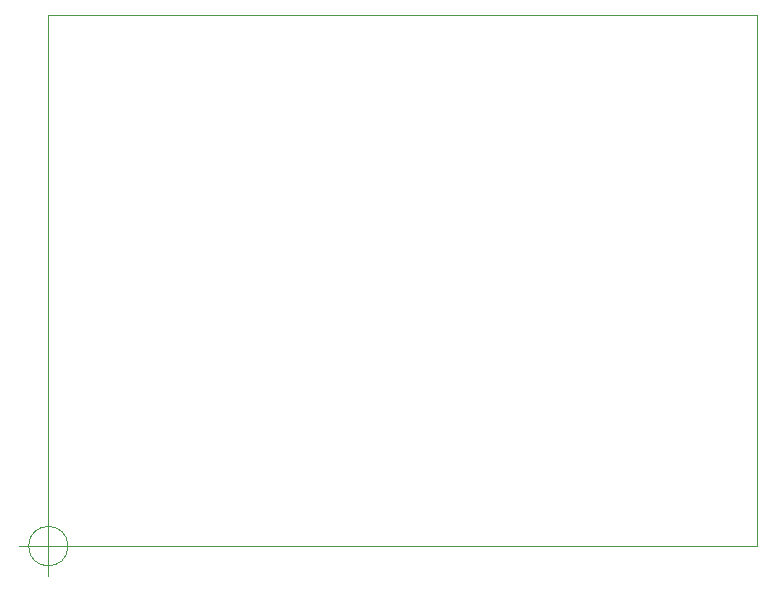
<source format=gm1>
G04 #@! TF.GenerationSoftware,KiCad,Pcbnew,(5.1.5)-3*
G04 #@! TF.CreationDate,2020-01-24T16:47:09+01:00*
G04 #@! TF.ProjectId,STMBLBreakout,53544d42-4c42-4726-9561-6b6f75742e6b,rev?*
G04 #@! TF.SameCoordinates,PX2faf080PY8f0d180*
G04 #@! TF.FileFunction,Profile,NP*
%FSLAX46Y46*%
G04 Gerber Fmt 4.6, Leading zero omitted, Abs format (unit mm)*
G04 Created by KiCad (PCBNEW (5.1.5)-3) date 2020-01-24 16:47:09*
%MOMM*%
%LPD*%
G04 APERTURE LIST*
%ADD10C,0.050000*%
G04 APERTURE END LIST*
D10*
X1666666Y0D02*
G75*
G03X1666666Y0I-1666666J0D01*
G01*
X-2500000Y0D02*
X2500000Y0D01*
X0Y2500000D02*
X0Y-2500000D01*
X0Y45000000D02*
X0Y0D01*
X60000000Y45000000D02*
X0Y45000000D01*
X60000000Y0D02*
X60000000Y45000000D01*
X0Y0D02*
X60000000Y0D01*
M02*

</source>
